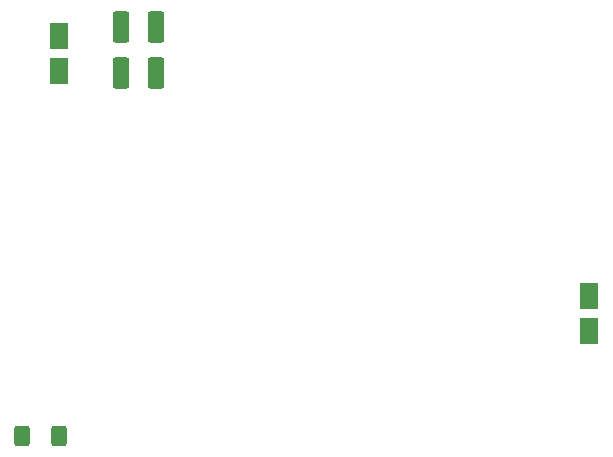
<source format=gbr>
%TF.GenerationSoftware,KiCad,Pcbnew,8.0.1*%
%TF.CreationDate,2024-04-01T21:08:37-04:00*%
%TF.ProjectId,esp32-node-board-40x65,65737033-322d-46e6-9f64-652d626f6172,rev?*%
%TF.SameCoordinates,Original*%
%TF.FileFunction,Paste,Top*%
%TF.FilePolarity,Positive*%
%FSLAX46Y46*%
G04 Gerber Fmt 4.6, Leading zero omitted, Abs format (unit mm)*
G04 Created by KiCad (PCBNEW 8.0.1) date 2024-04-01 21:08:37*
%MOMM*%
%LPD*%
G01*
G04 APERTURE LIST*
G04 Aperture macros list*
%AMRoundRect*
0 Rectangle with rounded corners*
0 $1 Rounding radius*
0 $2 $3 $4 $5 $6 $7 $8 $9 X,Y pos of 4 corners*
0 Add a 4 corners polygon primitive as box body*
4,1,4,$2,$3,$4,$5,$6,$7,$8,$9,$2,$3,0*
0 Add four circle primitives for the rounded corners*
1,1,$1+$1,$2,$3*
1,1,$1+$1,$4,$5*
1,1,$1+$1,$6,$7*
1,1,$1+$1,$8,$9*
0 Add four rect primitives between the rounded corners*
20,1,$1+$1,$2,$3,$4,$5,0*
20,1,$1+$1,$4,$5,$6,$7,0*
20,1,$1+$1,$6,$7,$8,$9,0*
20,1,$1+$1,$8,$9,$2,$3,0*%
G04 Aperture macros list end*
%ADD10RoundRect,0.250000X-0.400000X-0.625000X0.400000X-0.625000X0.400000X0.625000X-0.400000X0.625000X0*%
%ADD11RoundRect,0.250001X-0.462499X-1.074999X0.462499X-1.074999X0.462499X1.074999X-0.462499X1.074999X0*%
%ADD12R,1.600000X2.200000*%
G04 APERTURE END LIST*
D10*
%TO.C,R7*%
X87130000Y-84650000D03*
X90230000Y-84650000D03*
%TD*%
D11*
%TO.C,D2*%
X95465000Y-53900000D03*
X98440000Y-53900000D03*
%TD*%
D12*
%TO.C,C4*%
X90200000Y-50800000D03*
X90200000Y-53800000D03*
%TD*%
%TO.C,C5*%
X135100000Y-72800000D03*
X135100000Y-75800000D03*
%TD*%
D11*
%TO.C,D1*%
X95512500Y-50000000D03*
X98487500Y-50000000D03*
%TD*%
M02*

</source>
